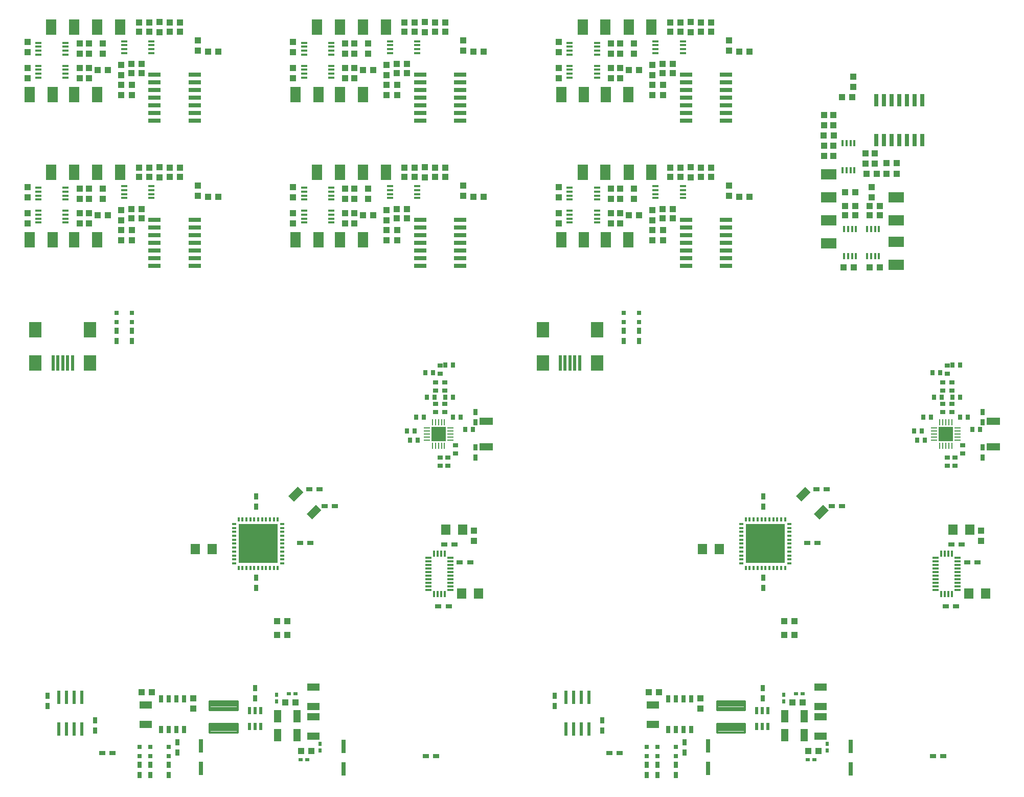
<source format=gtp>
G75*
G70*
%OFA0B0*%
%FSLAX24Y24*%
%IPPOS*%
%LPD*%
%AMOC8*
5,1,8,0,0,1.08239X$1,22.5*
%
%ADD10R,0.0315X0.0138*%
%ADD11R,0.0138X0.0315*%
%ADD12R,0.2559X0.2559*%
%ADD13R,0.0236X0.0866*%
%ADD14R,0.0315X0.0394*%
%ADD15R,0.0512X0.0866*%
%ADD16R,0.0394X0.0315*%
%ADD17R,0.0315X0.0315*%
%ADD18R,0.0630X0.0709*%
%ADD19R,0.0197X0.0984*%
%ADD20R,0.0787X0.0984*%
%ADD21R,0.0110X0.0394*%
%ADD22R,0.0394X0.0110*%
%ADD23R,0.0945X0.0945*%
%ADD24R,0.0866X0.0512*%
%ADD25R,0.0276X0.0354*%
%ADD26R,0.0354X0.0276*%
%ADD27R,0.0236X0.0472*%
%ADD28R,0.0315X0.0236*%
%ADD29C,0.0142*%
%ADD30R,0.0256X0.0866*%
%ADD31R,0.0472X0.0787*%
%ADD32R,0.0787X0.0472*%
%ADD33R,0.0433X0.0394*%
%ADD34R,0.0236X0.0315*%
%ADD35R,0.0250X0.0500*%
%ADD36R,0.0394X0.0433*%
%ADD37R,0.0394X0.0157*%
%ADD38R,0.0157X0.0394*%
%ADD39R,0.0433X0.0157*%
%ADD40R,0.0800X0.0260*%
%ADD41R,0.0669X0.0984*%
%ADD42R,0.0157X0.0433*%
%ADD43R,0.0260X0.0800*%
%ADD44R,0.0984X0.0669*%
D10*
X014353Y014649D03*
X014353Y014904D03*
X014353Y015160D03*
X014353Y015416D03*
X014353Y015672D03*
X014353Y015928D03*
X014353Y016184D03*
X014353Y016440D03*
X014353Y016696D03*
X014353Y016952D03*
X014353Y017208D03*
X017503Y017208D03*
X017503Y016952D03*
X017503Y016696D03*
X017503Y016440D03*
X017503Y016184D03*
X017503Y015928D03*
X017503Y015672D03*
X017503Y015416D03*
X017503Y015160D03*
X017503Y014904D03*
X017503Y014649D03*
X047424Y014649D03*
X047424Y014904D03*
X047424Y015160D03*
X047424Y015416D03*
X047424Y015672D03*
X047424Y015928D03*
X047424Y016184D03*
X047424Y016440D03*
X047424Y016696D03*
X047424Y016952D03*
X047424Y017208D03*
X050574Y017208D03*
X050574Y016952D03*
X050574Y016696D03*
X050574Y016440D03*
X050574Y016184D03*
X050574Y015928D03*
X050574Y015672D03*
X050574Y015416D03*
X050574Y015160D03*
X050574Y014904D03*
X050574Y014649D03*
D11*
X050278Y014353D03*
X050023Y014353D03*
X049767Y014353D03*
X049511Y014353D03*
X049255Y014353D03*
X048999Y014353D03*
X048743Y014353D03*
X048487Y014353D03*
X048231Y014353D03*
X047975Y014353D03*
X047719Y014353D03*
X047719Y017503D03*
X047975Y017503D03*
X048231Y017503D03*
X048487Y017503D03*
X048743Y017503D03*
X048999Y017503D03*
X049255Y017503D03*
X049511Y017503D03*
X049767Y017503D03*
X050023Y017503D03*
X050278Y017503D03*
X017208Y017503D03*
X016952Y017503D03*
X016696Y017503D03*
X016440Y017503D03*
X016184Y017503D03*
X015928Y017503D03*
X015672Y017503D03*
X015416Y017503D03*
X015160Y017503D03*
X014904Y017503D03*
X014649Y017503D03*
X014649Y014353D03*
X014904Y014353D03*
X015160Y014353D03*
X015416Y014353D03*
X015672Y014353D03*
X015928Y014353D03*
X016184Y014353D03*
X016440Y014353D03*
X016696Y014353D03*
X016952Y014353D03*
X017208Y014353D03*
D12*
X015928Y015928D03*
X048999Y015928D03*
D13*
X002930Y003856D03*
X003430Y003856D03*
X003930Y003856D03*
X004430Y003856D03*
X004430Y005904D03*
X003930Y005904D03*
X003430Y005904D03*
X002930Y005904D03*
X036001Y005904D03*
X036501Y005904D03*
X037001Y005904D03*
X037501Y005904D03*
X037501Y003856D03*
X037001Y003856D03*
X036501Y003856D03*
X036001Y003856D03*
D14*
X035251Y005345D03*
X035251Y006015D03*
X038351Y004415D03*
X038351Y003745D03*
X041251Y001515D03*
X041251Y000845D03*
X041951Y000845D03*
X041951Y001515D03*
X043151Y001515D03*
X043151Y000845D03*
X043726Y002315D03*
X043726Y002984D03*
X048810Y005855D03*
X048810Y006524D03*
X048851Y013045D03*
X048851Y013715D03*
X048851Y018345D03*
X048851Y019015D03*
X040751Y029145D03*
X040751Y029815D03*
X039751Y029815D03*
X039751Y029145D03*
X030080Y024515D03*
X030080Y023845D03*
X030080Y022215D03*
X030080Y021545D03*
X015780Y019015D03*
X015780Y018345D03*
X015780Y013715D03*
X015780Y013045D03*
X015739Y006524D03*
X015739Y005855D03*
X010656Y002984D03*
X010656Y002315D03*
X010080Y001515D03*
X010080Y000845D03*
X008880Y000845D03*
X008880Y001515D03*
X008180Y001515D03*
X008180Y000845D03*
X005280Y003745D03*
X005280Y004415D03*
X002180Y005345D03*
X002180Y006015D03*
X006680Y029145D03*
X006680Y029815D03*
X007680Y029815D03*
X007680Y029145D03*
X063151Y024515D03*
X063151Y023845D03*
X063151Y022215D03*
X063151Y021545D03*
D15*
G36*
X052760Y018482D02*
X053122Y018120D01*
X052510Y017508D01*
X052148Y017870D01*
X052760Y018482D01*
G37*
G36*
X051591Y019652D02*
X051953Y019290D01*
X051341Y018678D01*
X050979Y019040D01*
X051591Y019652D01*
G37*
G36*
X019690Y018482D02*
X020052Y018120D01*
X019440Y017508D01*
X019078Y017870D01*
X019690Y018482D01*
G37*
G36*
X018520Y019652D02*
X018882Y019290D01*
X018270Y018678D01*
X017908Y019040D01*
X018520Y019652D01*
G37*
D16*
X019245Y019480D03*
X019915Y019480D03*
X020245Y018380D03*
X020915Y018380D03*
X019315Y015980D03*
X018645Y015980D03*
X028045Y015880D03*
X028715Y015880D03*
X029076Y014726D03*
X029745Y014726D03*
X028345Y011851D03*
X027676Y011851D03*
X027515Y002080D03*
X026845Y002080D03*
X038816Y002280D03*
X039486Y002280D03*
X051716Y015980D03*
X052386Y015980D03*
X053316Y018380D03*
X053986Y018380D03*
X052986Y019480D03*
X052316Y019480D03*
X061116Y015880D03*
X061786Y015880D03*
X062147Y014726D03*
X062816Y014726D03*
X061416Y011851D03*
X060747Y011851D03*
X060586Y002080D03*
X059916Y002080D03*
X006415Y002280D03*
X005745Y002280D03*
D17*
X008180Y002085D03*
X008180Y002675D03*
X008880Y002675D03*
X008880Y002085D03*
X010080Y002085D03*
X010080Y002675D03*
X041251Y002675D03*
X041251Y002085D03*
X041951Y002085D03*
X041951Y002675D03*
X043151Y002675D03*
X043151Y002085D03*
X040751Y030385D03*
X040751Y030975D03*
X039751Y030975D03*
X039751Y030385D03*
X007680Y030385D03*
X006680Y030385D03*
X006680Y030975D03*
X007680Y030975D03*
D18*
X011829Y015580D03*
X012931Y015580D03*
X028153Y016850D03*
X029256Y016850D03*
X029197Y012676D03*
X030300Y012676D03*
X044900Y015580D03*
X046002Y015580D03*
X061224Y016850D03*
X062326Y016850D03*
X062268Y012676D03*
X063371Y012676D03*
D19*
X036881Y027696D03*
X036566Y027696D03*
X036251Y027696D03*
X035936Y027696D03*
X035621Y027696D03*
X003810Y027696D03*
X003495Y027696D03*
X003180Y027696D03*
X002865Y027696D03*
X002550Y027696D03*
D20*
X001408Y027696D03*
X001408Y029861D03*
X004952Y029861D03*
X004952Y027696D03*
X034479Y027696D03*
X034479Y029861D03*
X038023Y029861D03*
X038023Y027696D03*
D21*
X028074Y023848D03*
X027877Y023848D03*
X027680Y023848D03*
X027483Y023848D03*
X027286Y023848D03*
X027286Y022312D03*
X027483Y022312D03*
X027680Y022312D03*
X027877Y022312D03*
X028074Y022312D03*
X060357Y022312D03*
X060554Y022312D03*
X060751Y022312D03*
X060948Y022312D03*
X061145Y022312D03*
X061145Y023848D03*
X060948Y023848D03*
X060751Y023848D03*
X060554Y023848D03*
X060357Y023848D03*
D22*
X059983Y023474D03*
X059983Y023277D03*
X059983Y023080D03*
X059983Y022883D03*
X059983Y022686D03*
X061519Y022686D03*
X061519Y022883D03*
X061519Y023080D03*
X061519Y023277D03*
X061519Y023474D03*
X028448Y023474D03*
X028448Y023277D03*
X028448Y023080D03*
X028448Y022883D03*
X028448Y022686D03*
X026912Y022686D03*
X026912Y022883D03*
X026912Y023080D03*
X026912Y023277D03*
X026912Y023474D03*
D23*
X027680Y023080D03*
X060751Y023080D03*
D24*
X063851Y022253D03*
X063851Y023907D03*
X030780Y023907D03*
X030780Y022253D03*
D25*
X029936Y023380D03*
X029424Y023380D03*
X029136Y024180D03*
X028624Y024180D03*
X028636Y025480D03*
X028124Y025480D03*
X027436Y025480D03*
X026924Y025480D03*
X026736Y024180D03*
X026224Y024180D03*
X026136Y023280D03*
X025624Y023280D03*
X025824Y022680D03*
X026336Y022680D03*
X026824Y027080D03*
X027336Y027080D03*
X028124Y027580D03*
X028636Y027580D03*
X058695Y023280D03*
X059207Y023280D03*
X059407Y022680D03*
X058895Y022680D03*
X059295Y024180D03*
X059807Y024180D03*
X059995Y025480D03*
X060507Y025480D03*
X061195Y025480D03*
X061707Y025480D03*
X061695Y024180D03*
X062207Y024180D03*
X062495Y023380D03*
X063007Y023380D03*
X060407Y027080D03*
X059895Y027080D03*
X061195Y027580D03*
X061707Y027580D03*
D26*
X060851Y027536D03*
X060851Y027024D03*
X061151Y026436D03*
X061151Y025924D03*
X060551Y025924D03*
X060551Y026436D03*
X060551Y025036D03*
X060551Y024524D03*
X061151Y024524D03*
X061151Y025036D03*
X061851Y022336D03*
X061851Y021824D03*
X061351Y021536D03*
X060851Y021536D03*
X060851Y021024D03*
X061351Y021024D03*
X028780Y021824D03*
X028280Y021536D03*
X027780Y021536D03*
X027780Y021024D03*
X028280Y021024D03*
X028780Y022336D03*
X028080Y024524D03*
X028080Y025036D03*
X027480Y025036D03*
X027480Y024524D03*
X027480Y025924D03*
X027480Y026436D03*
X028080Y026436D03*
X028080Y025924D03*
X027780Y027024D03*
X027780Y027536D03*
D27*
X016100Y005044D03*
X015726Y005044D03*
X015352Y005044D03*
X015352Y004020D03*
X015726Y004020D03*
X016100Y004020D03*
X048423Y004020D03*
X048797Y004020D03*
X049171Y004020D03*
X049171Y005044D03*
X048797Y005044D03*
X048423Y005044D03*
D28*
X050988Y006134D03*
X051421Y006134D03*
X051770Y001841D03*
X052203Y001841D03*
X019132Y001841D03*
X018699Y001841D03*
X018350Y006134D03*
X017917Y006134D03*
D29*
X014602Y005079D02*
X012776Y005079D01*
X012776Y005645D01*
X014602Y005645D01*
X014602Y005079D01*
X014602Y005220D02*
X012776Y005220D01*
X012776Y005361D02*
X014602Y005361D01*
X014602Y005502D02*
X012776Y005502D01*
X012776Y005643D02*
X014602Y005643D01*
X014602Y003622D02*
X012776Y003622D01*
X012776Y004188D01*
X014602Y004188D01*
X014602Y003622D01*
X014602Y003763D02*
X012776Y003763D01*
X012776Y003904D02*
X014602Y003904D01*
X014602Y004045D02*
X012776Y004045D01*
X012776Y004186D02*
X014602Y004186D01*
X045847Y003622D02*
X047673Y003622D01*
X045847Y003622D02*
X045847Y004188D01*
X047673Y004188D01*
X047673Y003622D01*
X047673Y003763D02*
X045847Y003763D01*
X045847Y003904D02*
X047673Y003904D01*
X047673Y004045D02*
X045847Y004045D01*
X045847Y004186D02*
X047673Y004186D01*
X047673Y005079D02*
X045847Y005079D01*
X045847Y005645D01*
X047673Y005645D01*
X047673Y005079D01*
X047673Y005220D02*
X045847Y005220D01*
X045847Y005361D02*
X047673Y005361D01*
X047673Y005502D02*
X045847Y005502D01*
X045847Y005643D02*
X047673Y005643D01*
D30*
X045252Y002737D03*
X045252Y001281D03*
X054571Y001240D03*
X054571Y002697D03*
X021500Y002697D03*
X021500Y001240D03*
X012181Y001281D03*
X012181Y002737D03*
D31*
X017186Y003452D03*
X018445Y003452D03*
X018445Y004684D03*
X017186Y004684D03*
X050256Y004684D03*
X051516Y004684D03*
X051516Y003452D03*
X050256Y003452D03*
D32*
X052584Y003386D03*
X052584Y004645D03*
X052586Y005315D03*
X052586Y006574D03*
X041651Y005410D03*
X041651Y004150D03*
X019513Y004645D03*
X019515Y005315D03*
X019515Y006574D03*
X019513Y003386D03*
X008580Y004150D03*
X008580Y005410D03*
D33*
X008319Y006237D03*
X008989Y006237D03*
X017145Y009980D03*
X017815Y009980D03*
X017815Y010880D03*
X017145Y010880D03*
X017681Y005578D03*
X018350Y005578D03*
X018710Y002424D03*
X019379Y002424D03*
X041390Y006237D03*
X042060Y006237D03*
X050216Y009980D03*
X050886Y009980D03*
X050886Y010880D03*
X050216Y010880D03*
X050752Y005578D03*
X051421Y005578D03*
X051781Y002424D03*
X052450Y002424D03*
X054088Y033951D03*
X054757Y033951D03*
X055788Y033951D03*
X056457Y033951D03*
X056457Y037351D03*
X056457Y037951D03*
X055788Y037951D03*
X055788Y037351D03*
X054857Y037351D03*
X054857Y037951D03*
X054188Y037951D03*
X054188Y037351D03*
X054188Y038851D03*
X054857Y038851D03*
X055588Y040051D03*
X056257Y040051D03*
X056888Y040051D03*
X057557Y040051D03*
X057557Y040751D03*
X056888Y040751D03*
X053457Y042551D03*
X052788Y042551D03*
X053988Y045051D03*
X054657Y045051D03*
X047960Y048000D03*
X047291Y048000D03*
X045460Y049300D03*
X045460Y049900D03*
X044791Y049900D03*
X044791Y049300D03*
X043460Y049300D03*
X043460Y049900D03*
X042791Y049900D03*
X042791Y049300D03*
X042960Y047200D03*
X042960Y046600D03*
X042291Y046600D03*
X042291Y047200D03*
X040760Y046800D03*
X040091Y046800D03*
X042791Y040451D03*
X042791Y039851D03*
X043460Y039851D03*
X043460Y040451D03*
X044791Y040451D03*
X044791Y039851D03*
X045460Y039851D03*
X045460Y040451D03*
X047291Y038551D03*
X047960Y038551D03*
X042960Y037751D03*
X042960Y037151D03*
X042291Y037151D03*
X042291Y037751D03*
X040760Y037351D03*
X040091Y037351D03*
X030637Y038551D03*
X029968Y038551D03*
X028137Y039851D03*
X028137Y040451D03*
X027468Y040451D03*
X027468Y039851D03*
X026137Y039851D03*
X026137Y040451D03*
X025468Y040451D03*
X025468Y039851D03*
X025637Y037751D03*
X025637Y037151D03*
X024968Y037151D03*
X024968Y037751D03*
X023437Y037351D03*
X022768Y037351D03*
X013315Y038551D03*
X012645Y038551D03*
X010815Y039851D03*
X010815Y040451D03*
X010145Y040451D03*
X010145Y039851D03*
X008815Y039851D03*
X008815Y040451D03*
X008145Y040451D03*
X008145Y039851D03*
X008315Y037751D03*
X008315Y037151D03*
X007645Y037151D03*
X007645Y037751D03*
X006115Y037351D03*
X005445Y037351D03*
X007645Y046600D03*
X007645Y047200D03*
X008315Y047200D03*
X008315Y046600D03*
X006115Y046800D03*
X005445Y046800D03*
X008145Y049300D03*
X008145Y049900D03*
X008815Y049900D03*
X008815Y049300D03*
X010145Y049300D03*
X010145Y049900D03*
X010815Y049900D03*
X010815Y049300D03*
X012645Y048000D03*
X013315Y048000D03*
X022768Y046800D03*
X023437Y046800D03*
X024968Y046600D03*
X024968Y047200D03*
X025637Y047200D03*
X025637Y046600D03*
X025468Y049300D03*
X025468Y049900D03*
X026137Y049900D03*
X026137Y049300D03*
X027468Y049300D03*
X027468Y049900D03*
X028137Y049900D03*
X028137Y049300D03*
X029968Y048000D03*
X030637Y048000D03*
D34*
X017110Y006061D03*
X017110Y005628D03*
X019967Y002861D03*
X019967Y002428D03*
X050181Y005628D03*
X050181Y006061D03*
X053038Y002861D03*
X053038Y002428D03*
D35*
X044162Y003799D03*
X043662Y003799D03*
X043162Y003799D03*
X042662Y003799D03*
X042662Y005799D03*
X043162Y005799D03*
X043662Y005799D03*
X044162Y005799D03*
X011091Y005799D03*
X010591Y005799D03*
X010091Y005799D03*
X009591Y005799D03*
X009591Y003799D03*
X010091Y003799D03*
X010591Y003799D03*
X011091Y003799D03*
D36*
X011679Y005176D03*
X011679Y005845D03*
X030000Y016115D03*
X030000Y016784D03*
X044750Y005845D03*
X044750Y005176D03*
X063071Y016115D03*
X063071Y016784D03*
X042326Y035716D03*
X042326Y036386D03*
X041626Y036386D03*
X041626Y037016D03*
X041626Y037686D03*
X040426Y038416D03*
X039526Y038416D03*
X038926Y038416D03*
X038926Y039086D03*
X039526Y039086D03*
X040426Y039086D03*
X039526Y037486D03*
X038926Y037486D03*
X038926Y036816D03*
X039526Y036816D03*
X041626Y035716D03*
X044126Y039816D03*
X044126Y040486D03*
X046626Y039286D03*
X046626Y038616D03*
X052823Y041216D03*
X053423Y041216D03*
X053423Y041886D03*
X052823Y041886D03*
X052823Y043216D03*
X053423Y043216D03*
X053423Y043886D03*
X052823Y043886D03*
X054723Y045716D03*
X054723Y046386D03*
X055523Y041386D03*
X056123Y041386D03*
X056123Y040716D03*
X055523Y040716D03*
X055923Y039186D03*
X055923Y038516D03*
X046626Y048065D03*
X046626Y048734D03*
X044126Y049265D03*
X044126Y049934D03*
X041626Y047134D03*
X041626Y046465D03*
X041626Y045834D03*
X042326Y045834D03*
X042326Y045165D03*
X041626Y045165D03*
X039526Y046265D03*
X038926Y046265D03*
X038926Y046934D03*
X039526Y046934D03*
X039526Y047865D03*
X038926Y047865D03*
X038926Y048534D03*
X039526Y048534D03*
X040426Y048534D03*
X040426Y047865D03*
X035526Y047965D03*
X035526Y048634D03*
X035526Y046934D03*
X035526Y046265D03*
X029303Y048065D03*
X029303Y048734D03*
X026803Y049265D03*
X026803Y049934D03*
X024303Y047134D03*
X024303Y046465D03*
X024303Y045834D03*
X025003Y045834D03*
X025003Y045165D03*
X024303Y045165D03*
X022203Y046265D03*
X021603Y046265D03*
X021603Y046934D03*
X022203Y046934D03*
X022203Y047865D03*
X021603Y047865D03*
X021603Y048534D03*
X022203Y048534D03*
X023103Y048534D03*
X023103Y047865D03*
X018203Y047965D03*
X018203Y048634D03*
X018203Y046934D03*
X018203Y046265D03*
X011980Y048065D03*
X011980Y048734D03*
X009480Y049265D03*
X009480Y049934D03*
X006980Y047134D03*
X006980Y046465D03*
X006980Y045834D03*
X007680Y045834D03*
X007680Y045165D03*
X006980Y045165D03*
X004880Y046265D03*
X004280Y046265D03*
X004280Y046934D03*
X004880Y046934D03*
X004880Y047865D03*
X004280Y047865D03*
X004280Y048534D03*
X004880Y048534D03*
X005780Y048534D03*
X005780Y047865D03*
X000880Y047965D03*
X000880Y048634D03*
X000880Y046934D03*
X000880Y046265D03*
X009480Y040486D03*
X009480Y039816D03*
X011980Y039286D03*
X011980Y038616D03*
X007680Y036386D03*
X007680Y035716D03*
X006980Y035716D03*
X006980Y036386D03*
X006980Y037016D03*
X006980Y037686D03*
X005780Y038416D03*
X004880Y038416D03*
X004280Y038416D03*
X004280Y039086D03*
X004880Y039086D03*
X005780Y039086D03*
X004880Y037486D03*
X004280Y037486D03*
X004280Y036816D03*
X004880Y036816D03*
X000880Y036816D03*
X000880Y037486D03*
X000880Y038516D03*
X000880Y039186D03*
X018203Y039186D03*
X018203Y038516D03*
X018203Y037486D03*
X018203Y036816D03*
X021603Y036816D03*
X022203Y036816D03*
X022203Y037486D03*
X021603Y037486D03*
X021603Y038416D03*
X022203Y038416D03*
X022203Y039086D03*
X021603Y039086D03*
X023103Y039086D03*
X023103Y038416D03*
X024303Y037686D03*
X024303Y037016D03*
X024303Y036386D03*
X024303Y035716D03*
X025003Y035716D03*
X025003Y036386D03*
X029303Y038616D03*
X029303Y039286D03*
X026803Y039816D03*
X026803Y040486D03*
X035526Y039186D03*
X035526Y038516D03*
X035526Y037486D03*
X035526Y036816D03*
D37*
X028448Y015023D03*
X028448Y014786D03*
X028448Y014550D03*
X028448Y014314D03*
X028448Y014078D03*
X028448Y013841D03*
X028448Y013605D03*
X028448Y013369D03*
X028448Y013133D03*
X028448Y012897D03*
X027030Y012897D03*
X027030Y013133D03*
X027030Y013369D03*
X027030Y013605D03*
X027030Y013841D03*
X027030Y014078D03*
X027030Y014314D03*
X027030Y014550D03*
X027030Y014786D03*
X027030Y015023D03*
X060101Y015023D03*
X060101Y014786D03*
X060101Y014550D03*
X060101Y014314D03*
X060101Y014078D03*
X060101Y013841D03*
X060101Y013605D03*
X060101Y013369D03*
X060101Y013133D03*
X060101Y012897D03*
X061519Y012897D03*
X061519Y013133D03*
X061519Y013369D03*
X061519Y013605D03*
X061519Y013841D03*
X061519Y014078D03*
X061519Y014314D03*
X061519Y014550D03*
X061519Y014786D03*
X061519Y015023D03*
D38*
X061164Y015278D03*
X060928Y015278D03*
X060692Y015278D03*
X060456Y015278D03*
X060456Y012641D03*
X060692Y012641D03*
X060928Y012641D03*
X061164Y012641D03*
X028093Y012641D03*
X027857Y012641D03*
X027621Y012641D03*
X027385Y012641D03*
X027385Y015278D03*
X027621Y015278D03*
X027857Y015278D03*
X028093Y015278D03*
D39*
X020689Y036867D03*
X020689Y037123D03*
X020689Y037379D03*
X020689Y037635D03*
X020689Y038367D03*
X020689Y038623D03*
X020689Y038879D03*
X020689Y039135D03*
X018917Y039135D03*
X018917Y038879D03*
X018917Y038623D03*
X018917Y038367D03*
X018917Y037635D03*
X018917Y037379D03*
X018917Y037123D03*
X018917Y036867D03*
X024517Y038467D03*
X024517Y038723D03*
X024517Y038979D03*
X024517Y039235D03*
X026289Y039235D03*
X026289Y038979D03*
X026289Y038723D03*
X026289Y038467D03*
X036240Y038367D03*
X036240Y038623D03*
X036240Y038879D03*
X036240Y039135D03*
X036240Y037635D03*
X036240Y037379D03*
X036240Y037123D03*
X036240Y036867D03*
X038011Y036867D03*
X038011Y037123D03*
X038011Y037379D03*
X038011Y037635D03*
X038011Y038367D03*
X038011Y038623D03*
X038011Y038879D03*
X038011Y039135D03*
X041840Y039235D03*
X041840Y038979D03*
X041840Y038723D03*
X041840Y038467D03*
X043611Y038467D03*
X043611Y038723D03*
X043611Y038979D03*
X043611Y039235D03*
X038011Y046316D03*
X038011Y046572D03*
X038011Y046828D03*
X038011Y047084D03*
X038011Y047816D03*
X038011Y048072D03*
X038011Y048328D03*
X038011Y048584D03*
X036240Y048584D03*
X036240Y048328D03*
X036240Y048072D03*
X036240Y047816D03*
X036240Y047084D03*
X036240Y046828D03*
X036240Y046572D03*
X036240Y046316D03*
X041840Y047916D03*
X041840Y048172D03*
X041840Y048428D03*
X041840Y048684D03*
X043611Y048684D03*
X043611Y048428D03*
X043611Y048172D03*
X043611Y047916D03*
X026289Y047916D03*
X026289Y048172D03*
X026289Y048428D03*
X026289Y048684D03*
X024517Y048684D03*
X024517Y048428D03*
X024517Y048172D03*
X024517Y047916D03*
X020689Y047816D03*
X020689Y048072D03*
X020689Y048328D03*
X020689Y048584D03*
X020689Y047084D03*
X020689Y046828D03*
X020689Y046572D03*
X020689Y046316D03*
X018917Y046316D03*
X018917Y046572D03*
X018917Y046828D03*
X018917Y047084D03*
X018917Y047816D03*
X018917Y048072D03*
X018917Y048328D03*
X018917Y048584D03*
X008966Y048684D03*
X008966Y048428D03*
X008966Y048172D03*
X008966Y047916D03*
X007194Y047916D03*
X007194Y048172D03*
X007194Y048428D03*
X007194Y048684D03*
X003366Y048584D03*
X003366Y048328D03*
X003366Y048072D03*
X003366Y047816D03*
X003366Y047084D03*
X003366Y046828D03*
X003366Y046572D03*
X003366Y046316D03*
X001594Y046316D03*
X001594Y046572D03*
X001594Y046828D03*
X001594Y047084D03*
X001594Y047816D03*
X001594Y048072D03*
X001594Y048328D03*
X001594Y048584D03*
X001594Y039135D03*
X001594Y038879D03*
X001594Y038623D03*
X001594Y038367D03*
X001594Y037635D03*
X001594Y037379D03*
X001594Y037123D03*
X001594Y036867D03*
X003366Y036867D03*
X003366Y037123D03*
X003366Y037379D03*
X003366Y037635D03*
X003366Y038367D03*
X003366Y038623D03*
X003366Y038879D03*
X003366Y039135D03*
X007194Y039235D03*
X007194Y038979D03*
X007194Y038723D03*
X007194Y038467D03*
X008966Y038467D03*
X008966Y038723D03*
X008966Y038979D03*
X008966Y039235D03*
D40*
X009175Y037051D03*
X009175Y036551D03*
X009175Y036051D03*
X009175Y035551D03*
X009175Y035051D03*
X009175Y034551D03*
X009175Y034051D03*
X011785Y034051D03*
X011785Y034551D03*
X011785Y035051D03*
X011785Y035551D03*
X011785Y036051D03*
X011785Y036551D03*
X011785Y037051D03*
X011785Y043500D03*
X011785Y044000D03*
X011785Y044500D03*
X011785Y045000D03*
X011785Y045500D03*
X011785Y046000D03*
X011785Y046500D03*
X009175Y046500D03*
X009175Y046000D03*
X009175Y045500D03*
X009175Y045000D03*
X009175Y044500D03*
X009175Y044000D03*
X009175Y043500D03*
X026498Y043500D03*
X026498Y044000D03*
X026498Y044500D03*
X026498Y045000D03*
X026498Y045500D03*
X026498Y046000D03*
X026498Y046500D03*
X029108Y046500D03*
X029108Y046000D03*
X029108Y045500D03*
X029108Y045000D03*
X029108Y044500D03*
X029108Y044000D03*
X029108Y043500D03*
X029108Y037051D03*
X029108Y036551D03*
X029108Y036051D03*
X029108Y035551D03*
X029108Y035051D03*
X029108Y034551D03*
X029108Y034051D03*
X026498Y034051D03*
X026498Y034551D03*
X026498Y035051D03*
X026498Y035551D03*
X026498Y036051D03*
X026498Y036551D03*
X026498Y037051D03*
X043821Y037051D03*
X043821Y036551D03*
X043821Y036051D03*
X043821Y035551D03*
X043821Y035051D03*
X043821Y034551D03*
X043821Y034051D03*
X046431Y034051D03*
X046431Y034551D03*
X046431Y035051D03*
X046431Y035551D03*
X046431Y036051D03*
X046431Y036551D03*
X046431Y037051D03*
X046431Y043500D03*
X046431Y044000D03*
X046431Y044500D03*
X046431Y045000D03*
X046431Y045500D03*
X046431Y046000D03*
X046431Y046500D03*
X043821Y046500D03*
X043821Y046000D03*
X043821Y045500D03*
X043821Y045000D03*
X043821Y044500D03*
X043821Y044000D03*
X043821Y043500D03*
D41*
X041574Y040151D03*
X040078Y040151D03*
X038574Y040151D03*
X037078Y040151D03*
X037174Y035751D03*
X035678Y035751D03*
X038578Y035751D03*
X040074Y035751D03*
X040074Y045200D03*
X038578Y045200D03*
X037174Y045200D03*
X035678Y045200D03*
X037078Y049600D03*
X038574Y049600D03*
X040078Y049600D03*
X041574Y049600D03*
X024251Y049600D03*
X022755Y049600D03*
X021251Y049600D03*
X019755Y049600D03*
X019851Y045200D03*
X021255Y045200D03*
X022751Y045200D03*
X018355Y045200D03*
X019755Y040151D03*
X021251Y040151D03*
X022755Y040151D03*
X024251Y040151D03*
X022751Y035751D03*
X021255Y035751D03*
X019851Y035751D03*
X018355Y035751D03*
X006928Y040151D03*
X005432Y040151D03*
X003928Y040151D03*
X002432Y040151D03*
X002528Y035751D03*
X001032Y035751D03*
X003932Y035751D03*
X005428Y035751D03*
X005428Y045200D03*
X003932Y045200D03*
X002528Y045200D03*
X001032Y045200D03*
X002432Y049600D03*
X003928Y049600D03*
X005432Y049600D03*
X006928Y049600D03*
D42*
X054039Y042037D03*
X054295Y042037D03*
X054550Y042037D03*
X054806Y042037D03*
X054806Y040265D03*
X054550Y040265D03*
X054295Y040265D03*
X054039Y040265D03*
X054139Y036437D03*
X054395Y036437D03*
X054650Y036437D03*
X054906Y036437D03*
X055639Y036437D03*
X055895Y036437D03*
X056150Y036437D03*
X056406Y036437D03*
X056406Y034665D03*
X056150Y034665D03*
X055895Y034665D03*
X055639Y034665D03*
X054906Y034665D03*
X054650Y034665D03*
X054395Y034665D03*
X054139Y034665D03*
D43*
X056223Y042246D03*
X056723Y042246D03*
X057223Y042246D03*
X057723Y042246D03*
X058223Y042246D03*
X058723Y042246D03*
X059223Y042246D03*
X059223Y044856D03*
X058723Y044856D03*
X058223Y044856D03*
X057723Y044856D03*
X057223Y044856D03*
X056723Y044856D03*
X056223Y044856D03*
D44*
X053123Y039999D03*
X053123Y038503D03*
X053123Y036999D03*
X053123Y035503D03*
X057523Y035599D03*
X057523Y037003D03*
X057523Y038499D03*
X057523Y034103D03*
M02*

</source>
